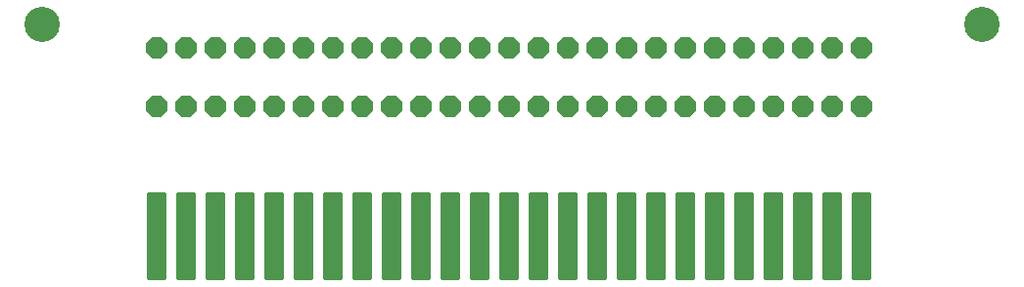
<source format=gbr>
%TF.GenerationSoftware,KiCad,Pcbnew,(6.0.0)*%
%TF.CreationDate,2022-08-25T16:51:24-03:00*%
%TF.ProjectId,BlankMSXCartHSH,426c616e-6b4d-4535-9843-617274485348,rev?*%
%TF.SameCoordinates,Original*%
%TF.FileFunction,Soldermask,Bot*%
%TF.FilePolarity,Negative*%
%FSLAX46Y46*%
G04 Gerber Fmt 4.6, Leading zero omitted, Abs format (unit mm)*
G04 Created by KiCad (PCBNEW (6.0.0)) date 2022-08-25 16:51:24*
%MOMM*%
%LPD*%
G01*
G04 APERTURE LIST*
G04 Aperture macros list*
%AMRoundRect*
0 Rectangle with rounded corners*
0 $1 Rounding radius*
0 $2 $3 $4 $5 $6 $7 $8 $9 X,Y pos of 4 corners*
0 Add a 4 corners polygon primitive as box body*
4,1,4,$2,$3,$4,$5,$6,$7,$8,$9,$2,$3,0*
0 Add four circle primitives for the rounded corners*
1,1,$1+$1,$2,$3*
1,1,$1+$1,$4,$5*
1,1,$1+$1,$6,$7*
1,1,$1+$1,$8,$9*
0 Add four rect primitives between the rounded corners*
20,1,$1+$1,$2,$3,$4,$5,0*
20,1,$1+$1,$4,$5,$6,$7,0*
20,1,$1+$1,$6,$7,$8,$9,0*
20,1,$1+$1,$8,$9,$2,$3,0*%
%AMFreePoly0*
4,1,25,0.459769,0.882296,0.471892,0.871942,0.871942,0.471892,0.900449,0.415944,0.901700,0.400050,0.901700,-0.400050,0.882296,-0.459769,0.871942,-0.471892,0.471892,-0.871942,0.415944,-0.900449,0.400050,-0.901700,-0.400050,-0.901700,-0.459769,-0.882296,-0.471892,-0.871942,-0.871942,-0.471892,-0.900449,-0.415944,-0.901700,-0.400050,-0.901700,0.400050,-0.882296,0.459769,-0.871942,0.471892,
-0.471892,0.871942,-0.415944,0.900449,-0.400050,0.901700,0.400050,0.901700,0.459769,0.882296,0.459769,0.882296,$1*%
G04 Aperture macros list end*
%ADD10RoundRect,0.101600X0.762000X3.683000X-0.762000X3.683000X-0.762000X-3.683000X0.762000X-3.683000X0*%
%ADD11C,3.048000*%
%ADD12FreePoly0,0.000000*%
G04 APERTURE END LIST*
D10*
%TO.C,CN1*%
X140190000Y-178533000D03*
X137650000Y-178533000D03*
X135110000Y-178533000D03*
X132570000Y-178533000D03*
X130030000Y-178533000D03*
X127490000Y-178533000D03*
X124950000Y-178533000D03*
X122410000Y-178533000D03*
X119870000Y-178533000D03*
X117330000Y-178533000D03*
X114790000Y-178533000D03*
X112250000Y-178533000D03*
X109710000Y-178533000D03*
X107170000Y-178533000D03*
X104630000Y-178533000D03*
X102090000Y-178533000D03*
X99550000Y-178533000D03*
X97010000Y-178533000D03*
X94470000Y-178533000D03*
X91930000Y-178533000D03*
X89390000Y-178533000D03*
X86850000Y-178533000D03*
X84310000Y-178533000D03*
X81770000Y-178533000D03*
X79230000Y-178533000D03*
%TD*%
D11*
%TO.C,@HOLE0*%
X69316000Y-160110000D03*
%TD*%
%TO.C,@HOLE1*%
X150596000Y-160110000D03*
%TD*%
D12*
%TO.C,PAD1*%
X140190000Y-167230000D03*
%TD*%
%TO.C,PAD2*%
X137650000Y-167230000D03*
%TD*%
%TO.C,PAD3*%
X135110000Y-167230000D03*
%TD*%
%TO.C,PAD4*%
X132570000Y-167230000D03*
%TD*%
%TO.C,PAD5*%
X130030000Y-167230000D03*
%TD*%
%TO.C,PAD6*%
X127490000Y-167230000D03*
%TD*%
%TO.C,PAD7*%
X124950000Y-167230000D03*
%TD*%
%TO.C,PAD8*%
X122410000Y-167230000D03*
%TD*%
%TO.C,PAD9*%
X119870000Y-167230000D03*
%TD*%
%TO.C,PAD10*%
X117330000Y-167230000D03*
%TD*%
%TO.C,PAD11*%
X114790000Y-167230000D03*
%TD*%
%TO.C,PAD12*%
X112250000Y-167230000D03*
%TD*%
%TO.C,PAD13*%
X109710000Y-167230000D03*
%TD*%
%TO.C,PAD14*%
X107170000Y-167230000D03*
%TD*%
%TO.C,PAD15*%
X104630000Y-167230000D03*
%TD*%
%TO.C,PAD16*%
X102090000Y-167230000D03*
%TD*%
%TO.C,PAD17*%
X99550000Y-167230000D03*
%TD*%
%TO.C,PAD18*%
X97010000Y-167230000D03*
%TD*%
%TO.C,PAD19*%
X94470000Y-167230000D03*
%TD*%
%TO.C,PAD20*%
X91930000Y-167230000D03*
%TD*%
%TO.C,PAD21*%
X89390000Y-167230000D03*
%TD*%
%TO.C,PAD22*%
X86850000Y-167230000D03*
%TD*%
%TO.C,PAD23*%
X84310000Y-167230000D03*
%TD*%
%TO.C,PAD24*%
X81770000Y-167230000D03*
%TD*%
%TO.C,PAD25*%
X79230000Y-167230000D03*
%TD*%
%TO.C,PAD26*%
X140190000Y-162150000D03*
%TD*%
%TO.C,PAD27*%
X137650000Y-162150000D03*
%TD*%
%TO.C,PAD29*%
X132570000Y-162150000D03*
%TD*%
%TO.C,PAD30*%
X130030000Y-162150000D03*
%TD*%
%TO.C,PAD31*%
X127490000Y-162150000D03*
%TD*%
%TO.C,PAD32*%
X79230000Y-162150000D03*
%TD*%
%TO.C,PAD33*%
X81770000Y-162150000D03*
%TD*%
%TO.C,PAD34*%
X84310000Y-162150000D03*
%TD*%
%TO.C,PAD37*%
X91930000Y-162150000D03*
%TD*%
%TO.C,PAD38*%
X94470000Y-162150000D03*
%TD*%
%TO.C,PAD39*%
X97010000Y-162150000D03*
%TD*%
%TO.C,PAD40*%
X99550000Y-162150000D03*
%TD*%
%TO.C,PAD41*%
X102090000Y-162150000D03*
%TD*%
%TO.C,PAD42*%
X104630000Y-162150000D03*
%TD*%
%TO.C,PAD43*%
X107170000Y-162150000D03*
%TD*%
%TO.C,PAD44*%
X109710000Y-162150000D03*
%TD*%
%TO.C,PAD45*%
X112250000Y-162150000D03*
%TD*%
%TO.C,PAD46*%
X114790000Y-162150000D03*
%TD*%
%TO.C,PAD47*%
X117330000Y-162150000D03*
%TD*%
%TO.C,PAD48*%
X119870000Y-162150000D03*
%TD*%
%TO.C,PAD49*%
X122410000Y-162150000D03*
%TD*%
%TO.C,PAD50*%
X124950000Y-162150000D03*
%TD*%
%TO.C,PAD28*%
X86850000Y-162150000D03*
%TD*%
%TO.C,PAD35*%
X89390000Y-162150000D03*
%TD*%
%TO.C,PAD36*%
X135110000Y-162150000D03*
%TD*%
M02*

</source>
